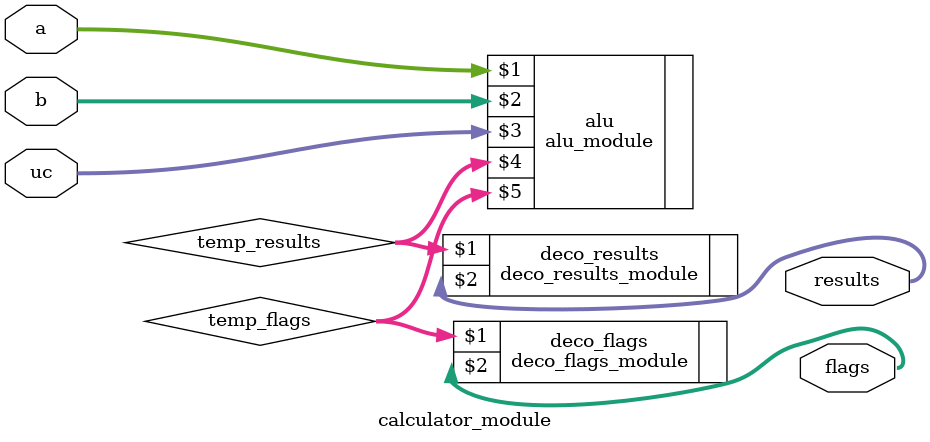
<source format=sv>
module calculator_module
(
  input logic [3:0] a, 
  input logic [3:0] b,
  input logic [4:0] uc, 
  output logic [6:0] results,
  output logic [3:0] flags
);

  logic [3:0] temp_results;
  logic [3:0] temp_flags;

  alu_module alu(a, b, uc, temp_results, temp_flags);
  
  deco_results_module deco_results(temp_results, results);
  
  deco_flags_module deco_flags(temp_flags, flags);


endmodule 
</source>
